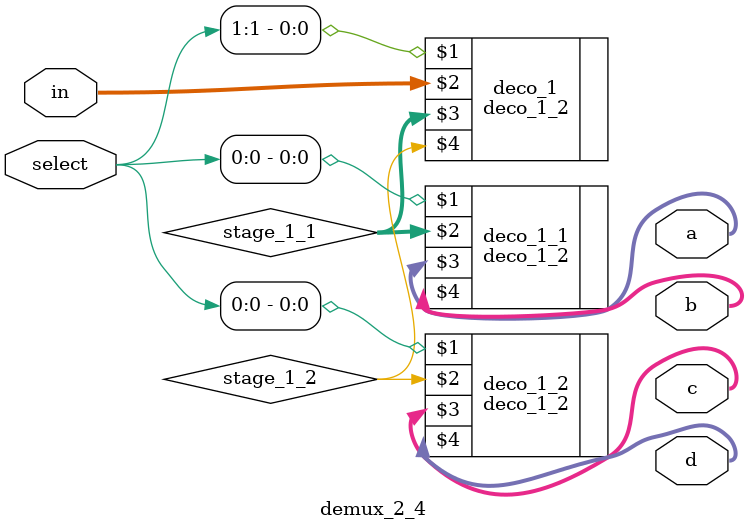
<source format=v>
module demux_2_4 #(parameter bus_size = 8)
	(input  [1:0] select,
		input  [bus_size-1:0] in,
		output  [bus_size-1:0] a,b,c,d);
		
		wire [bus_size-1:0] stage_1_1,stage1_2;
		deco_1_2 #(bus_size) deco_1_1(select[0],stage_1_1,a,b);
		deco_1_2 #(bus_size) deco_1_2(select[0],stage_1_2,c,d);
		deco_1_2 #(bus_size) deco_1(select[1],in,stage_1_1,stage_1_2);
		
		
		
endmodule 
</source>
